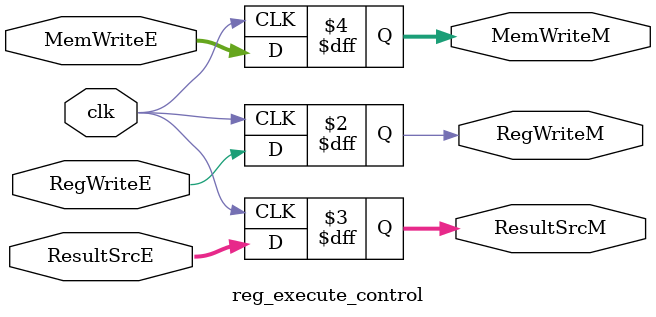
<source format=sv>
/*
	Function: Control Unit Pipeline Register between Instruction Execution and Memory Access Stage
*/

module reg_execute_control #(
    parameter DATA_WIDTH =32
)(  
    input logic                    clk,     
    input logic                    RegWriteE,
    input logic [1:0]              ResultSrcE,
    input logic [1:0]              MemWriteE,
    
    output logic                    RegWriteM,
    output logic [1:0]              ResultSrcM,
    output logic [1:0]              MemWriteM
);

    always_ff @(posedge clk) begin
        RegWriteM   <=      RegWriteE;
        ResultSrcM  <=      ResultSrcE;
        MemWriteM   <=      MemWriteE;
          
    end
      

endmodule

</source>
